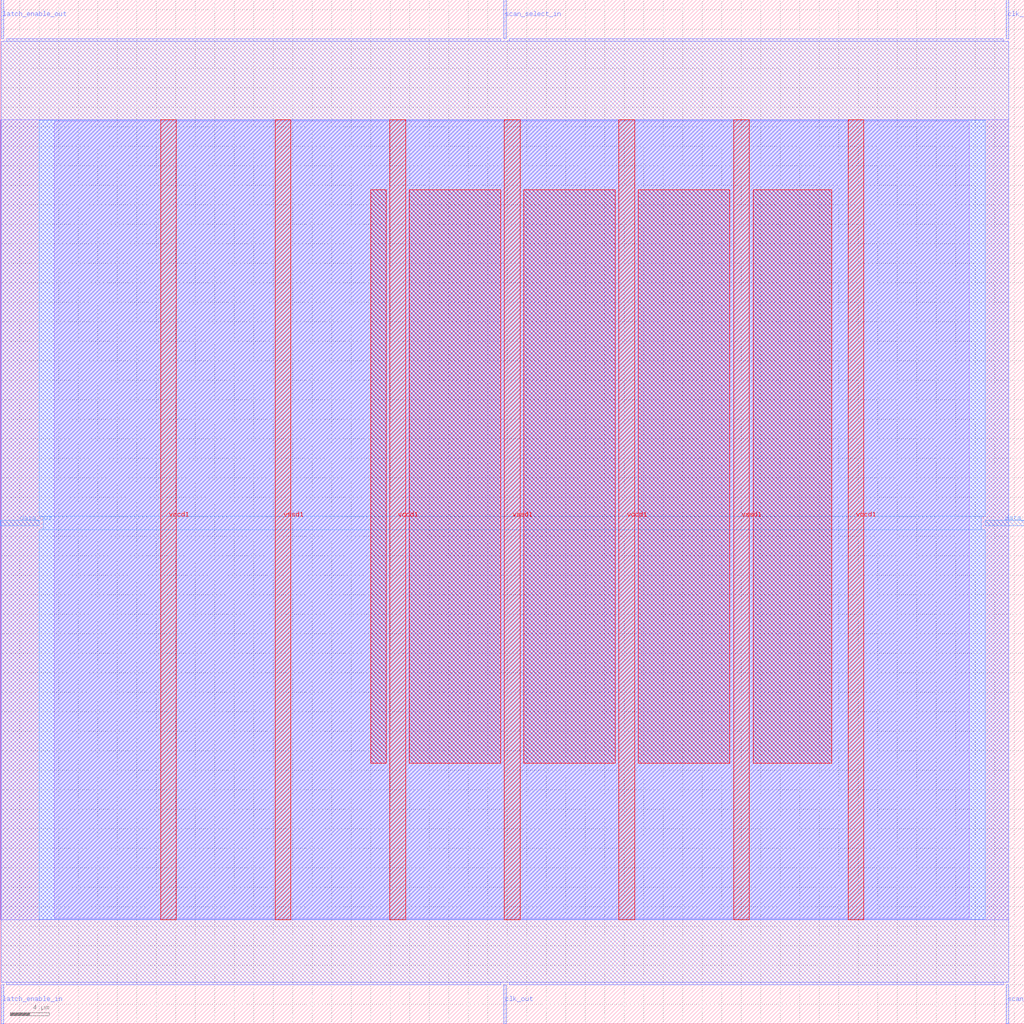
<source format=lef>
VERSION 5.7 ;
  NOWIREEXTENSIONATPIN ON ;
  DIVIDERCHAR "/" ;
  BUSBITCHARS "[]" ;
MACRO scan_wrapper_341342096033055316
  CLASS BLOCK ;
  FOREIGN scan_wrapper_341342096033055316 ;
  ORIGIN 0.000 0.000 ;
  SIZE 105.000 BY 105.000 ;
  PIN clk_in
    DIRECTION INPUT ;
    USE SIGNAL ;
    PORT
      LAYER met2 ;
        RECT 103.130 101.000 103.410 105.000 ;
    END
  END clk_in
  PIN clk_out
    DIRECTION OUTPUT TRISTATE ;
    USE SIGNAL ;
    PORT
      LAYER met2 ;
        RECT 51.610 0.000 51.890 4.000 ;
    END
  END clk_out
  PIN data_in
    DIRECTION INPUT ;
    USE SIGNAL ;
    PORT
      LAYER met3 ;
        RECT 101.000 51.040 105.000 51.640 ;
    END
  END data_in
  PIN data_out
    DIRECTION OUTPUT TRISTATE ;
    USE SIGNAL ;
    PORT
      LAYER met3 ;
        RECT 0.000 51.040 4.000 51.640 ;
    END
  END data_out
  PIN latch_enable_in
    DIRECTION INPUT ;
    USE SIGNAL ;
    PORT
      LAYER met2 ;
        RECT 0.090 0.000 0.370 4.000 ;
    END
  END latch_enable_in
  PIN latch_enable_out
    DIRECTION OUTPUT TRISTATE ;
    USE SIGNAL ;
    PORT
      LAYER met2 ;
        RECT 0.090 101.000 0.370 105.000 ;
    END
  END latch_enable_out
  PIN scan_select_in
    DIRECTION INPUT ;
    USE SIGNAL ;
    PORT
      LAYER met2 ;
        RECT 51.610 101.000 51.890 105.000 ;
    END
  END scan_select_in
  PIN scan_select_out
    DIRECTION OUTPUT TRISTATE ;
    USE SIGNAL ;
    PORT
      LAYER met2 ;
        RECT 103.130 0.000 103.410 4.000 ;
    END
  END scan_select_out
  PIN vccd1
    DIRECTION INOUT ;
    USE POWER ;
    PORT
      LAYER met4 ;
        RECT 16.465 10.640 18.065 92.720 ;
    END
    PORT
      LAYER met4 ;
        RECT 39.955 10.640 41.555 92.720 ;
    END
    PORT
      LAYER met4 ;
        RECT 63.445 10.640 65.045 92.720 ;
    END
    PORT
      LAYER met4 ;
        RECT 86.935 10.640 88.535 92.720 ;
    END
  END vccd1
  PIN vssd1
    DIRECTION INOUT ;
    USE GROUND ;
    PORT
      LAYER met4 ;
        RECT 28.210 10.640 29.810 92.720 ;
    END
    PORT
      LAYER met4 ;
        RECT 51.700 10.640 53.300 92.720 ;
    END
    PORT
      LAYER met4 ;
        RECT 75.190 10.640 76.790 92.720 ;
    END
  END vssd1
  OBS
      LAYER li1 ;
        RECT 5.520 10.795 99.360 92.565 ;
      LAYER met1 ;
        RECT 0.070 10.640 103.430 92.720 ;
      LAYER met2 ;
        RECT 0.650 100.720 51.330 101.000 ;
        RECT 52.170 100.720 102.850 101.000 ;
        RECT 0.100 4.280 103.400 100.720 ;
        RECT 0.650 4.000 51.330 4.280 ;
        RECT 52.170 4.000 102.850 4.280 ;
      LAYER met3 ;
        RECT 4.000 52.040 101.000 92.645 ;
        RECT 4.400 50.640 100.600 52.040 ;
        RECT 4.000 10.715 101.000 50.640 ;
      LAYER met4 ;
        RECT 38.015 26.695 39.555 85.505 ;
        RECT 41.955 26.695 51.300 85.505 ;
        RECT 53.700 26.695 63.045 85.505 ;
        RECT 65.445 26.695 74.790 85.505 ;
        RECT 77.190 26.695 85.265 85.505 ;
  END
END scan_wrapper_341342096033055316
END LIBRARY


</source>
